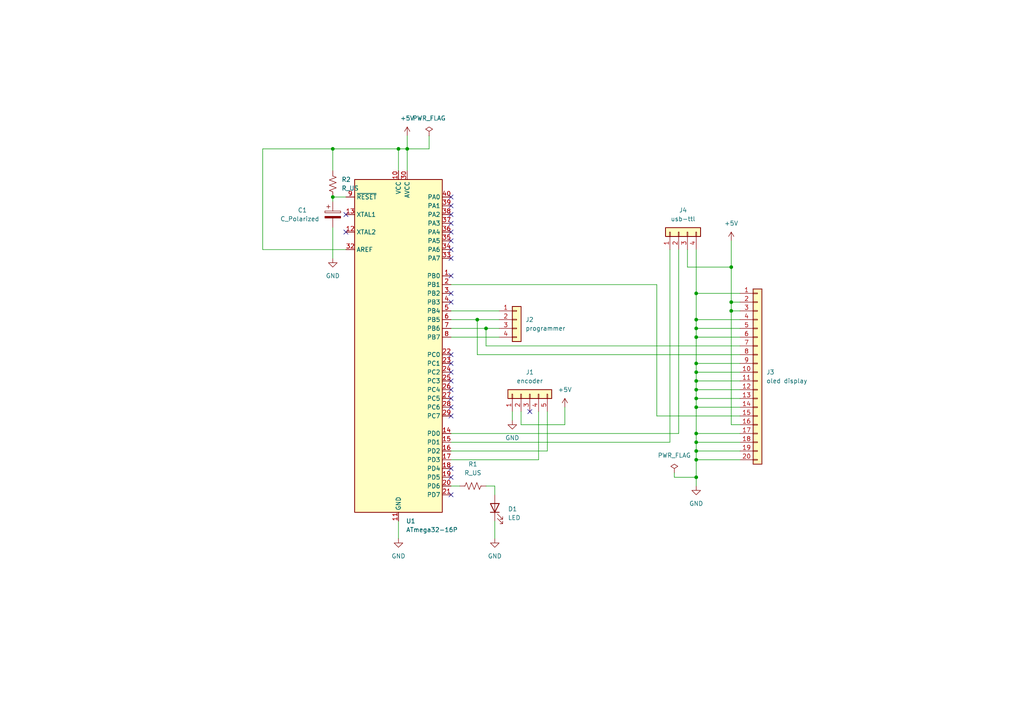
<source format=kicad_sch>
(kicad_sch (version 20230121) (generator eeschema)
  (paper "A4")
  (lib_symbols
    (symbol "Connector_Generic:Conn_01x04" (pin_names (offset 1.016) hide)
      (property "Reference" "J" (at 0 5.08 0))
      (property "Value" "Conn_01x04" (at 0 -7.62 0))
      (symbol "Conn_01x04_1_1"
        (rectangle (start -1.27 -4.953) (end 0 -5.207) (stroke (width 0.1524)))
        (rectangle (start -1.27 -2.413) (end 0 -2.667) (stroke (width 0.1524)))
        (rectangle (start -1.27 0.127) (end 0 -0.127) (stroke (width 0.1524)))
        (rectangle (start -1.27 2.667) (end 0 2.413) (stroke (width 0.1524)))
        (rectangle (start -1.27 3.81) (end 1.27 -6.35) (stroke (width 0.254)) (fill (type background)))
        (pin passive line (at -5.08 2.54 0) (length 3.81) (name "Pin_1") (number "1"))
        (pin passive line (at -5.08 0 0) (length 3.81) (name "Pin_2") (number "2"))
        (pin passive line (at -5.08 -2.54 0) (length 3.81) (name "Pin_3") (number "3"))
        (pin passive line (at -5.08 -5.08 0) (length 3.81) (name "Pin_4") (number "4"))
      )
    )
    (symbol "Connector_Generic:Conn_01x05" (pin_names (offset 1.016) hide)
      (property "Reference" "J" (at 0 7.62 0))
      (property "Value" "Conn_01x05" (at 0 -7.62 0))
      (symbol "Conn_01x05_1_1"
        (rectangle (start -1.27 -4.953) (end 0 -5.207) (stroke (width 0.1524)))
        (rectangle (start -1.27 -2.413) (end 0 -2.667) (stroke (width 0.1524)))
        (rectangle (start -1.27 0.127) (end 0 -0.127) (stroke (width 0.1524)))
        (rectangle (start -1.27 2.667) (end 0 2.413) (stroke (width 0.1524)))
        (rectangle (start -1.27 5.207) (end 0 4.953) (stroke (width 0.1524)))
        (rectangle (start -1.27 6.35) (end 1.27 -6.35) (stroke (width 0.254)) (fill (type background)))
        (pin passive line (at -5.08 5.08 0) (length 3.81) (name "Pin_1") (number "1"))
        (pin passive line (at -5.08 2.54 0) (length 3.81) (name "Pin_2") (number "2"))
        (pin passive line (at -5.08 0 0) (length 3.81) (name "Pin_3") (number "3"))
        (pin passive line (at -5.08 -2.54 0) (length 3.81) (name "Pin_4") (number "4"))
        (pin passive line (at -5.08 -5.08 0) (length 3.81) (name "Pin_5") (number "5"))
      )
    )
    (symbol "Connector_Generic:Conn_01x20" (pin_names (offset 1.016) hide)
      (property "Reference" "J" (at 0 25.4 0))
      (property "Value" "Conn_01x20" (at 0 -27.94 0))
      (symbol "Conn_01x20_1_1"
        (rectangle (start -1.27 -25.273) (end 0 -25.527) (stroke (width 0.1524)))
        (rectangle (start -1.27 -22.733) (end 0 -22.987) (stroke (width 0.1524)))
        (rectangle (start -1.27 -20.193) (end 0 -20.447) (stroke (width 0.1524)))
        (rectangle (start -1.27 -17.653) (end 0 -17.907) (stroke (width 0.1524)))
        (rectangle (start -1.27 -15.113) (end 0 -15.367) (stroke (width 0.1524)))
        (rectangle (start -1.27 -12.573) (end 0 -12.827) (stroke (width 0.1524)))
        (rectangle (start -1.27 -10.033) (end 0 -10.287) (stroke (width 0.1524)))
        (rectangle (start -1.27 -7.493) (end 0 -7.747) (stroke (width 0.1524)))
        (rectangle (start -1.27 -4.953) (end 0 -5.207) (stroke (width 0.1524)))
        (rectangle (start -1.27 -2.413) (end 0 -2.667) (stroke (width 0.1524)))
        (rectangle (start -1.27 0.127) (end 0 -0.127) (stroke (width 0.1524)))
        (rectangle (start -1.27 2.667) (end 0 2.413) (stroke (width 0.1524)))
        (rectangle (start -1.27 5.207) (end 0 4.953) (stroke (width 0.1524)))
        (rectangle (start -1.27 7.747) (end 0 7.493) (stroke (width 0.1524)))
        (rectangle (start -1.27 10.287) (end 0 10.033) (stroke (width 0.1524)))
        (rectangle (start -1.27 12.827) (end 0 12.573) (stroke (width 0.1524)))
        (rectangle (start -1.27 15.367) (end 0 15.113) (stroke (width 0.1524)))
        (rectangle (start -1.27 17.907) (end 0 17.653) (stroke (width 0.1524)))
        (rectangle (start -1.27 20.447) (end 0 20.193) (stroke (width 0.1524)))
        (rectangle (start -1.27 22.987) (end 0 22.733) (stroke (width 0.1524)))
        (rectangle (start -1.27 24.13) (end 1.27 -26.67) (stroke (width 0.254)) (fill (type background)))
        (pin passive line (at -5.08 22.86 0) (length 3.81) (name "Pin_1") (number "1"))
        (pin passive line (at -5.08 0 0) (length 3.81) (name "Pin_10") (number "10"))
        (pin passive line (at -5.08 -2.54 0) (length 3.81) (name "Pin_11") (number "11"))
        (pin passive line (at -5.08 -5.08 0) (length 3.81) (name "Pin_12") (number "12"))
        (pin passive line (at -5.08 -7.62 0) (length 3.81) (name "Pin_13") (number "13"))
        (pin passive line (at -5.08 -10.16 0) (length 3.81) (name "Pin_14") (number "14"))
        (pin passive line (at -5.08 -12.7 0) (length 3.81) (name "Pin_15") (number "15"))
        (pin passive line (at -5.08 -15.24 0) (length 3.81) (name "Pin_16") (number "16"))
        (pin passive line (at -5.08 -17.78 0) (length 3.81) (name "Pin_17") (number "17"))
        (pin passive line (at -5.08 -20.32 0) (length 3.81) (name "Pin_18") (number "18"))
        (pin passive line (at -5.08 -22.86 0) (length 3.81) (name "Pin_19") (number "19"))
        (pin passive line (at -5.08 20.32 0) (length 3.81) (name "Pin_2") (number "2"))
        (pin passive line (at -5.08 -25.4 0) (length 3.81) (name "Pin_20") (number "20"))
        (pin passive line (at -5.08 17.78 0) (length 3.81) (name "Pin_3") (number "3"))
        (pin passive line (at -5.08 15.24 0) (length 3.81) (name "Pin_4") (number "4"))
        (pin passive line (at -5.08 12.7 0) (length 3.81) (name "Pin_5") (number "5"))
        (pin passive line (at -5.08 10.16 0) (length 3.81) (name "Pin_6") (number "6"))
        (pin passive line (at -5.08 7.62 0) (length 3.81) (name "Pin_7") (number "7"))
        (pin passive line (at -5.08 5.08 0) (length 3.81) (name "Pin_8") (number "8"))
        (pin passive line (at -5.08 2.54 0) (length 3.81) (name "Pin_9") (number "9"))
      )
    )
    (symbol "Device:C_Polarized" (pin_numbers hide) (pin_names (offset 0.254))
      (property "Reference" "C" (at 0.635 2.54 0))
      (property "Value" "C_Polarized" (at 0.635 -2.54 0))
      (symbol "C_Polarized_0_1"
        (rectangle (start -2.286 0.508) (end 2.286 1.016))
        (polyline (pts (xy -1.778 2.286) (xy -0.762 2.286)))
        (polyline (pts (xy -1.27 2.794) (xy -1.27 1.778)))
        (rectangle (start 2.286 -0.508) (end -2.286 -1.016) (fill (type outline)))
      )
      (symbol "C_Polarized_1_1"
        (pin passive line (at 0 3.81 270) (length 2.794) (name "~") (number "1"))
        (pin passive line (at 0 -3.81 90) (length 2.794) (name "~") (number "2"))
      )
    )
    (symbol "Device:LED" (pin_numbers hide) (pin_names (offset 1.016) hide)
      (property "Reference" "D" (at 0 2.54 0))
      (property "Value" "LED" (at 0 -2.54 0))
      (symbol "LED_0_1"
        (polyline (pts (xy -1.27 -1.27) (xy -1.27 1.27)) (stroke (width 0.254)))
        (polyline (pts (xy -1.27 0) (xy 1.27 0)))
        (polyline (pts (xy 1.27 -1.27) (xy 1.27 1.27) (xy -1.27 0) (xy 1.27 -1.27)) (stroke (width 0.254)))
        (polyline (pts (xy -3.048 -0.762) (xy -4.572 -2.286) (xy -3.81 -2.286) (xy -4.572 -2.286) (xy -4.572 -1.524)))
        (polyline (pts (xy -1.778 -0.762) (xy -3.302 -2.286) (xy -2.54 -2.286) (xy -3.302 -2.286) (xy -3.302 -1.524)))
      )
      (symbol "LED_1_1"
        (pin passive line (at -3.81 0 0) (length 2.54) (name "K") (number "1"))
        (pin passive line (at 3.81 0 180) (length 2.54) (name "A") (number "2"))
      )
    )
    (symbol "Device:R_US" (pin_numbers hide) (pin_names (offset 0))
      (property "Reference" "R" (at 2.54 0 90))
      (property "Value" "R_US" (at -2.54 0 90))
      (symbol "R_US_0_1"
        (polyline (pts (xy 0 -2.286) (xy 0 -2.54)))
        (polyline (pts (xy 0 2.286) (xy 0 2.54)))
        (polyline (pts (xy 0 -0.762) (xy 1.016 -1.143) (xy 0 -1.524) (xy -1.016 -1.905) (xy 0 -2.286)))
        (polyline (pts (xy 0 0.762) (xy 1.016 0.381) (xy 0 0) (xy -1.016 -0.381) (xy 0 -0.762)))
        (polyline (pts (xy 0 2.286) (xy 1.016 1.905) (xy 0 1.524) (xy -1.016 1.143) (xy 0 0.762)))
      )
      (symbol "R_US_1_1"
        (pin passive line (at 0 3.81 270) (length 1.27) (name "~") (number "1"))
        (pin passive line (at 0 -3.81 90) (length 1.27) (name "~") (number "2"))
      )
    )
    (symbol "MCU_Microchip_ATmega:ATmega32-16P"
      (property "Reference" "U" (at -12.7 49.53 0))
      (property "Value" "ATmega32-16P" (at 2.54 -49.53 0))
      (symbol "ATmega32-16P_0_1"
        (rectangle (start -12.7 -48.26) (end 12.7 48.26) (stroke (width 0.254)) (fill (type background)))
      )
      (symbol "ATmega32-16P_1_1"
        (pin bidirectional line (at 15.24 20.32 180) (length 2.54) (name "PB0") (number "1"))
        (pin power_in line (at 0 50.8 270) (length 2.54) (name "VCC") (number "10"))
        (pin power_in line (at 0 -50.8 90) (length 2.54) (name "GND") (number "11"))
        (pin output line (at -15.24 33.02 0) (length 2.54) (name "XTAL2") (number "12"))
        (pin input line (at -15.24 38.1 0) (length 2.54) (name "XTAL1") (number "13"))
        (pin bidirectional line (at 15.24 -25.4 180) (length 2.54) (name "PD0") (number "14"))
        (pin bidirectional line (at 15.24 -27.94 180) (length 2.54) (name "PD1") (number "15"))
        (pin bidirectional line (at 15.24 -30.48 180) (length 2.54) (name "PD2") (number "16"))
        (pin bidirectional line (at 15.24 -33.02 180) (length 2.54) (name "PD3") (number "17"))
        (pin bidirectional line (at 15.24 -35.56 180) (length 2.54) (name "PD4") (number "18"))
        (pin bidirectional line (at 15.24 -38.1 180) (length 2.54) (name "PD5") (number "19"))
        (pin bidirectional line (at 15.24 17.78 180) (length 2.54) (name "PB1") (number "2"))
        (pin bidirectional line (at 15.24 -40.64 180) (length 2.54) (name "PD6") (number "20"))
        (pin bidirectional line (at 15.24 -43.18 180) (length 2.54) (name "PD7") (number "21"))
        (pin bidirectional line (at 15.24 -2.54 180) (length 2.54) (name "PC0") (number "22"))
        (pin bidirectional line (at 15.24 -5.08 180) (length 2.54) (name "PC1") (number "23"))
        (pin bidirectional line (at 15.24 -7.62 180) (length 2.54) (name "PC2") (number "24"))
        (pin bidirectional line (at 15.24 -10.16 180) (length 2.54) (name "PC3") (number "25"))
        (pin bidirectional line (at 15.24 -12.7 180) (length 2.54) (name "PC4") (number "26"))
        (pin bidirectional line (at 15.24 -15.24 180) (length 2.54) (name "PC5") (number "27"))
        (pin bidirectional line (at 15.24 -17.78 180) (length 2.54) (name "PC6") (number "28"))
        (pin bidirectional line (at 15.24 -20.32 180) (length 2.54) (name "PC7") (number "29"))
        (pin bidirectional line (at 15.24 15.24 180) (length 2.54) (name "PB2") (number "3"))
        (pin power_in line (at 2.54 50.8 270) (length 2.54) (name "AVCC") (number "30"))
        (pin passive line (at 0 -50.8 90) (length 2.54) hide (name "GND") (number "31"))
        (pin passive line (at -15.24 27.94 0) (length 2.54) (name "AREF") (number "32"))
        (pin bidirectional line (at 15.24 25.4 180) (length 2.54) (name "PA7") (number "33"))
        (pin bidirectional line (at 15.24 27.94 180) (length 2.54) (name "PA6") (number "34"))
        (pin bidirectional line (at 15.24 30.48 180) (length 2.54) (name "PA5") (number "35"))
        (pin bidirectional line (at 15.24 33.02 180) (length 2.54) (name "PA4") (number "36"))
        (pin bidirectional line (at 15.24 35.56 180) (length 2.54) (name "PA3") (number "37"))
        (pin bidirectional line (at 15.24 38.1 180) (length 2.54) (name "PA2") (number "38"))
        (pin bidirectional line (at 15.24 40.64 180) (length 2.54) (name "PA1") (number "39"))
        (pin bidirectional line (at 15.24 12.7 180) (length 2.54) (name "PB3") (number "4"))
        (pin bidirectional line (at 15.24 43.18 180) (length 2.54) (name "PA0") (number "40"))
        (pin bidirectional line (at 15.24 10.16 180) (length 2.54) (name "PB4") (number "5"))
        (pin bidirectional line (at 15.24 7.62 180) (length 2.54) (name "PB5") (number "6"))
        (pin bidirectional line (at 15.24 5.08 180) (length 2.54) (name "PB6") (number "7"))
        (pin bidirectional line (at 15.24 2.54 180) (length 2.54) (name "PB7") (number "8"))
        (pin input line (at -15.24 43.18 0) (length 2.54) (name "~{RESET}") (number "9"))
      )
    )
    (symbol "power:+5V" (power) (pin_names (offset 0))
      (property "Value" "+5V" (at 0 3.556 0))
      (symbol "+5V_0_1"
        (polyline (pts (xy -0.762 1.27) (xy 0 2.54)))
        (polyline (pts (xy 0 0) (xy 0 2.54)))
        (polyline (pts (xy 0 2.54) (xy 0.762 1.27)))
      )
      (symbol "+5V_1_1"
        (pin power_in line (at 0 0 90) (length 0) hide (name "+5V") (number "1"))
      )
    )
    (symbol "power:GND" (power) (pin_names (offset 0))
      (property "Value" "GND" (at 0 -3.81 0))
      (symbol "GND_0_1"
        (polyline (pts (xy 0 0) (xy 0 -1.27) (xy 1.27 -1.27) (xy 0 -2.54) (xy -1.27 -1.27) (xy 0 -1.27)))
      )
      (symbol "GND_1_1"
        (pin power_in line (at 0 0 270) (length 0) hide (name "GND") (number "1"))
      )
    )
    (symbol "power:PWR_FLAG" (power) (pin_numbers hide) (pin_names (offset 0) hide)
      (property "Value" "PWR_FLAG" (at 0 3.81 0))
      (symbol "PWR_FLAG_0_0"
        (pin power_out line (at 0 0 90) (length 0) (name "pwr") (number "1"))
      )
      (symbol "PWR_FLAG_0_1"
        (polyline (pts (xy 0 0) (xy 0 1.27) (xy -1.016 1.905) (xy 0 2.54) (xy 1.016 1.905) (xy 0 1.27)))
      )
    )
  )
  (junction (at 96.52 57.15))
  (junction (at 201.93 105.41))
  (junction (at 201.93 110.49))
  (junction (at 201.93 92.71))
  (junction (at 201.93 125.73))
  (junction (at 118.11 43.18))
  (junction (at 96.52 43.18))
  (junction (at 201.93 85.09))
  (junction (at 138.43 92.71))
  (junction (at 201.93 130.81))
  (junction (at 212.09 90.17))
  (junction (at 201.93 97.79))
  (junction (at 201.93 113.03))
  (junction (at 201.93 133.35))
  (junction (at 212.09 87.63))
  (junction (at 201.93 128.27))
  (junction (at 212.09 77.47))
  (junction (at 201.93 138.43))
  (junction (at 201.93 95.25))
  (junction (at 201.93 118.11))
  (junction (at 115.57 43.18))
  (junction (at 201.93 107.95))
  (junction (at 140.97 95.25))
  (junction (at 201.93 115.57))
  (no_connect (at 130.81 120.65))
  (no_connect (at 130.81 107.95))
  (no_connect (at 130.81 110.49))
  (no_connect (at 130.81 118.11))
  (no_connect (at 130.81 113.03))
  (no_connect (at 130.81 80.01))
  (no_connect (at 153.67 119.38))
  (no_connect (at 100.33 67.31))
  (no_connect (at 130.81 57.15))
  (no_connect (at 130.81 62.23))
  (no_connect (at 130.81 59.69))
  (no_connect (at 130.81 105.41))
  (no_connect (at 130.81 143.51))
  (no_connect (at 130.81 69.85))
  (no_connect (at 130.81 85.09))
  (no_connect (at 130.81 72.39))
  (no_connect (at 130.81 67.31))
  (no_connect (at 130.81 135.89))
  (no_connect (at 130.81 138.43))
  (no_connect (at 100.33 62.23))
  (no_connect (at 130.81 115.57))
  (no_connect (at 130.81 64.77))
  (no_connect (at 130.81 102.87))
  (no_connect (at 130.81 87.63))
  (no_connect (at 130.81 74.93))
  (wire (pts (xy 96.52 43.18) (xy 96.52 49.53)))
  (wire (pts (xy 130.81 125.73) (xy 196.85 125.73)))
  (wire (pts (xy 201.93 107.95) (xy 201.93 110.49)))
  (wire (pts (xy 194.31 128.27) (xy 194.31 72.39)))
  (wire (pts (xy 130.81 130.81) (xy 158.75 130.81)))
  (wire (pts (xy 212.09 69.85) (xy 212.09 77.47)))
  (wire (pts (xy 201.93 110.49) (xy 201.93 113.03)))
  (wire (pts (xy 118.11 43.18) (xy 118.11 49.53)))
  (wire (pts (xy 201.93 128.27) (xy 201.93 130.81)))
  (wire (pts (xy 151.13 123.19) (xy 163.83 123.19)))
  (wire (pts (xy 201.93 118.11) (xy 214.63 118.11)))
  (wire (pts (xy 130.81 95.25) (xy 140.97 95.25)))
  (wire (pts (xy 201.93 113.03) (xy 201.93 115.57)))
  (wire (pts (xy 195.58 137.16) (xy 195.58 138.43)))
  (wire (pts (xy 212.09 90.17) (xy 212.09 87.63)))
  (wire (pts (xy 195.58 138.43) (xy 201.93 138.43)))
  (wire (pts (xy 143.51 140.97) (xy 143.51 143.51)))
  (wire (pts (xy 115.57 49.53) (xy 115.57 43.18)))
  (wire (pts (xy 201.93 130.81) (xy 201.93 133.35)))
  (wire (pts (xy 96.52 66.04) (xy 96.52 74.93)))
  (wire (pts (xy 163.83 118.11) (xy 163.83 123.19)))
  (wire (pts (xy 212.09 123.19) (xy 212.09 90.17)))
  (wire (pts (xy 201.93 125.73) (xy 201.93 128.27)))
  (wire (pts (xy 151.13 119.38) (xy 151.13 123.19)))
  (wire (pts (xy 130.81 97.79) (xy 144.78 97.79)))
  (wire (pts (xy 201.93 95.25) (xy 201.93 97.79)))
  (wire (pts (xy 76.2 43.18) (xy 96.52 43.18)))
  (wire (pts (xy 214.63 120.65) (xy 190.5 120.65)))
  (wire (pts (xy 201.93 128.27) (xy 214.63 128.27)))
  (wire (pts (xy 130.81 140.97) (xy 133.35 140.97)))
  (wire (pts (xy 201.93 133.35) (xy 201.93 138.43)))
  (wire (pts (xy 214.63 102.87) (xy 138.43 102.87)))
  (wire (pts (xy 156.21 119.38) (xy 156.21 133.35)))
  (wire (pts (xy 199.39 77.47) (xy 212.09 77.47)))
  (wire (pts (xy 212.09 90.17) (xy 214.63 90.17)))
  (wire (pts (xy 118.11 43.18) (xy 124.46 43.18)))
  (wire (pts (xy 100.33 72.39) (xy 76.2 72.39)))
  (wire (pts (xy 201.93 97.79) (xy 201.93 105.41)))
  (wire (pts (xy 118.11 39.37) (xy 118.11 43.18)))
  (wire (pts (xy 76.2 72.39) (xy 76.2 43.18)))
  (wire (pts (xy 130.81 128.27) (xy 194.31 128.27)))
  (wire (pts (xy 115.57 43.18) (xy 118.11 43.18)))
  (wire (pts (xy 96.52 58.42) (xy 96.52 57.15)))
  (wire (pts (xy 201.93 105.41) (xy 214.63 105.41)))
  (wire (pts (xy 143.51 151.13) (xy 143.51 156.21)))
  (wire (pts (xy 96.52 57.15) (xy 100.33 57.15)))
  (wire (pts (xy 201.93 92.71) (xy 201.93 95.25)))
  (wire (pts (xy 130.81 90.17) (xy 144.78 90.17)))
  (wire (pts (xy 201.93 115.57) (xy 214.63 115.57)))
  (wire (pts (xy 140.97 95.25) (xy 140.97 100.33)))
  (wire (pts (xy 201.93 138.43) (xy 201.93 140.97)))
  (wire (pts (xy 138.43 92.71) (xy 144.78 92.71)))
  (wire (pts (xy 201.93 85.09) (xy 201.93 92.71)))
  (wire (pts (xy 214.63 100.33) (xy 140.97 100.33)))
  (wire (pts (xy 124.46 39.37) (xy 124.46 43.18)))
  (wire (pts (xy 140.97 95.25) (xy 144.78 95.25)))
  (wire (pts (xy 190.5 82.55) (xy 130.81 82.55)))
  (wire (pts (xy 138.43 92.71) (xy 138.43 102.87)))
  (wire (pts (xy 212.09 87.63) (xy 214.63 87.63)))
  (wire (pts (xy 201.93 105.41) (xy 201.93 107.95)))
  (wire (pts (xy 212.09 87.63) (xy 212.09 77.47)))
  (wire (pts (xy 201.93 95.25) (xy 214.63 95.25)))
  (wire (pts (xy 156.21 133.35) (xy 130.81 133.35)))
  (wire (pts (xy 201.93 72.39) (xy 201.93 85.09)))
  (wire (pts (xy 96.52 43.18) (xy 115.57 43.18)))
  (wire (pts (xy 201.93 130.81) (xy 214.63 130.81)))
  (wire (pts (xy 201.93 113.03) (xy 214.63 113.03)))
  (wire (pts (xy 201.93 115.57) (xy 201.93 118.11)))
  (wire (pts (xy 115.57 151.13) (xy 115.57 156.21)))
  (wire (pts (xy 201.93 97.79) (xy 214.63 97.79)))
  (wire (pts (xy 201.93 133.35) (xy 214.63 133.35)))
  (wire (pts (xy 201.93 125.73) (xy 214.63 125.73)))
  (wire (pts (xy 201.93 118.11) (xy 201.93 125.73)))
  (wire (pts (xy 201.93 107.95) (xy 214.63 107.95)))
  (wire (pts (xy 148.59 119.38) (xy 148.59 121.92)))
  (wire (pts (xy 140.97 140.97) (xy 143.51 140.97)))
  (wire (pts (xy 196.85 72.39) (xy 196.85 125.73)))
  (wire (pts (xy 199.39 72.39) (xy 199.39 77.47)))
  (wire (pts (xy 201.93 110.49) (xy 214.63 110.49)))
  (wire (pts (xy 201.93 85.09) (xy 214.63 85.09)))
  (wire (pts (xy 158.75 119.38) (xy 158.75 130.81)))
  (wire (pts (xy 214.63 123.19) (xy 212.09 123.19)))
  (wire (pts (xy 130.81 92.71) (xy 138.43 92.71)))
  (wire (pts (xy 201.93 92.71) (xy 214.63 92.71)))
  (wire (pts (xy 190.5 120.65) (xy 190.5 82.55)))
  (symbol (lib_id "Device:C_Polarized") (at 96.52 62.23 0) (unit 1)
    (property "Reference" "C1" (at 86.36 60.96 0) (effects (justify left)))
    (property "Value" "C_Polarized" (at 81.28 63.5 0) (effects (justify left)))
  )
  (symbol (lib_id "power:GND") (at 143.51 156.21 0) (unit 1)
    (property "Reference" "#PWR03" (effects hide))
    (property "Value" "GND" (at 143.51 161.29 0))
  )
  (symbol (lib_id "Connector_Generic:Conn_01x20") (at 219.71 107.95 0) (unit 1)
    (property "Reference" "J3" (at 222.25 107.95 0) (effects (justify left)))
    (property "Value" "oled display" (at 222.25 110.49 0) (effects (justify left)))
    (property "Footprint" "Connector_PinHeader_2.54mm:PinHeader_1x20_P2.54mm_Vertical" (effects hide))
  )
  (symbol (lib_id "power:+5V") (at 163.83 118.11 0) (unit 1)
    (property "Reference" "#PWR08" (effects hide))
    (property "Value" "+5V" (at 163.83 113.03 0))
  )
  (symbol (lib_id "power:GND") (at 148.59 121.92 0) (unit 1)
    (property "Reference" "#PWR07" (effects hide))
    (property "Value" "GND" (at 148.59 127 0))
  )
  (symbol (lib_id "power:PWR_FLAG") (at 124.46 39.37 0) (unit 1)
    (property "Reference" "#FLG01" (effects hide))
    (property "Value" "PWR_FLAG" (at 124.46 34.29 0))
  )
  (symbol (lib_id "Device:LED") (at 143.51 147.32 90) (unit 1)
    (property "Reference" "D1" (at 147.32 147.6375 90) (effects (justify right)))
    (property "Value" "LED" (at 147.32 150.1775 90) (effects (justify right)))
  )
  (symbol (lib_id "power:GND") (at 96.52 74.93 0) (unit 1)
    (property "Reference" "#PWR04" (effects hide))
    (property "Value" "GND" (at 96.52 80.01 0))
  )
  (symbol (lib_id "Device:R_US") (at 96.52 53.34 180) (unit 1)
    (property "Reference" "R2" (at 99.06 52.07 0) (effects (justify right)))
    (property "Value" "R_US" (at 99.06 54.61 0) (effects (justify right)))
  )
  (symbol (lib_id "Connector_Generic:Conn_01x04") (at 149.86 92.71 0) (unit 1)
    (property "Reference" "J2" (at 152.4 92.71 0) (effects (justify left)))
    (property "Value" "programmer" (at 152.4 95.25 0) (effects (justify left)))
    (property "Footprint" "Connector_PinHeader_2.54mm:PinHeader_1x04_P2.54mm_Vertical" (effects hide))
  )
  (symbol (lib_id "power:+5V") (at 118.11 39.37 0) (unit 1)
    (property "Reference" "#PWR02" (effects hide))
    (property "Value" "+5V" (at 118.11 34.29 0))
  )
  (symbol (lib_id "power:+5V") (at 212.09 69.85 0) (unit 1)
    (property "Reference" "#PWR05" (effects hide))
    (property "Value" "+5V" (at 212.09 64.77 0))
  )
  (symbol (lib_id "power:GND") (at 201.93 140.97 0) (unit 1)
    (property "Reference" "#PWR06" (effects hide))
    (property "Value" "GND" (at 201.93 146.05 0))
  )
  (symbol (lib_id "MCU_Microchip_ATmega:ATmega32-16P") (at 115.57 100.33 0) (unit 1)
    (property "Reference" "U1" (at 117.7641 151.13 0) (effects (justify left)))
    (property "Value" "ATmega32-16P" (at 117.7641 153.67 0) (effects (justify left)))
    (property "Footprint" "Package_DIP:DIP-40_W15.24mm" (effects hide))
    (property "Datasheet" "http://ww1.microchip.com/downloads/en/DeviceDoc/doc2503.pdf" (effects hide))
  )
  (symbol (lib_id "power:PWR_FLAG") (at 195.58 137.16 0) (unit 1)
    (property "Reference" "#FLG02" (effects hide))
    (property "Value" "PWR_FLAG" (at 195.58 132.08 0))
  )
  (symbol (lib_id "Connector_Generic:Conn_01x05") (at 153.67 114.3 90) (unit 1)
    (property "Reference" "J1" (at 153.67 107.95 90))
    (property "Value" "encoder" (at 153.67 110.49 90))
    (property "Footprint" "Connector_PinSocket_2.54mm:PinSocket_1x05_P2.54mm_Vertical" (effects hide))
  )
  (symbol (lib_id "Device:R_US") (at 137.16 140.97 90) (unit 1)
    (property "Reference" "R1" (at 137.16 134.62 90))
    (property "Value" "R_US" (at 137.16 137.16 90))
  )
  (symbol (lib_id "power:GND") (at 115.57 156.21 0) (unit 1)
    (property "Reference" "#PWR01" (effects hide))
    (property "Value" "GND" (at 115.57 161.29 0))
  )
  (symbol (lib_id "Connector_Generic:Conn_01x04") (at 196.85 67.31 90) (unit 1)
    (property "Reference" "J4" (at 198.12 60.96 90))
    (property "Value" "usb-ttl" (at 198.12 63.5 90))
    (property "Footprint" "Connector_PinHeader_2.54mm:PinHeader_1x04_P2.54mm_Vertical" (effects hide))
  )
)
</source>
